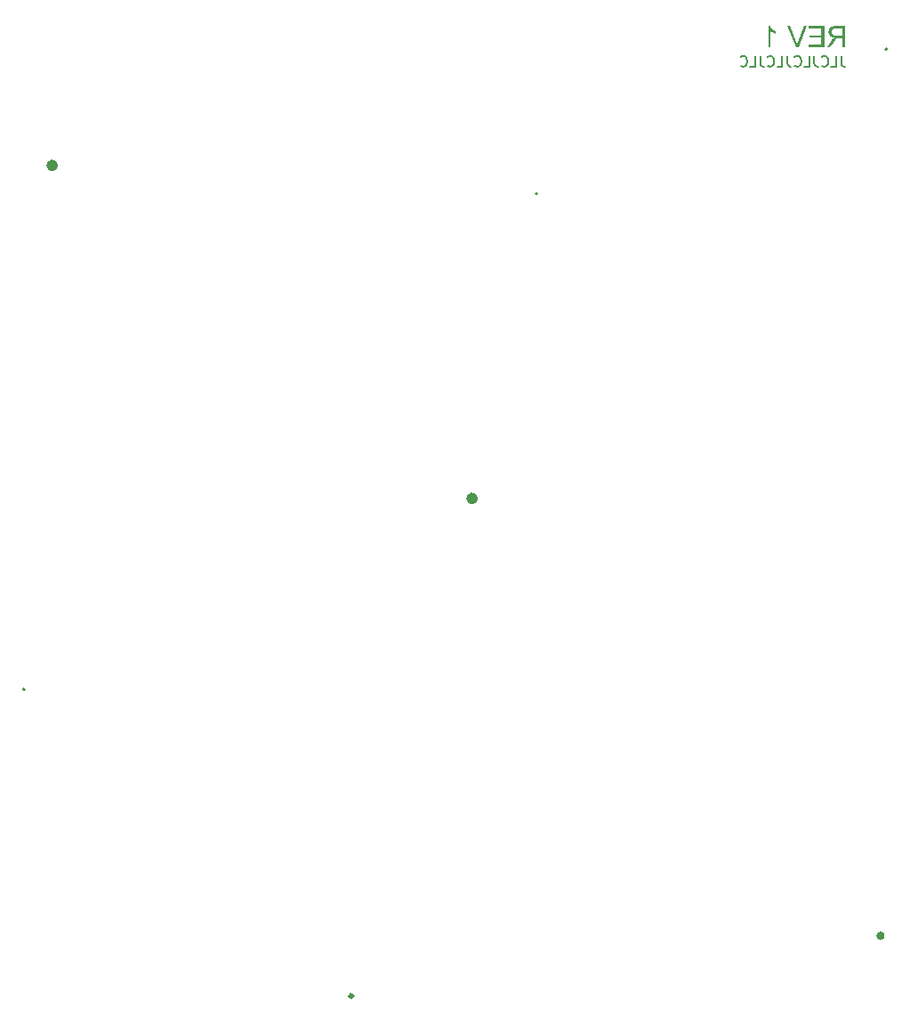
<source format=gbo>
G04 #@! TF.GenerationSoftware,KiCad,Pcbnew,7.0.1*
G04 #@! TF.CreationDate,2023-10-11T19:34:26-05:00*
G04 #@! TF.ProjectId,Tactile_Board,54616374-696c-4655-9f42-6f6172642e6b,1*
G04 #@! TF.SameCoordinates,Original*
G04 #@! TF.FileFunction,Legend,Bot*
G04 #@! TF.FilePolarity,Positive*
%FSLAX46Y46*%
G04 Gerber Fmt 4.6, Leading zero omitted, Abs format (unit mm)*
G04 Created by KiCad (PCBNEW 7.0.1) date 2023-10-11 19:34:26*
%MOMM*%
%LPD*%
G01*
G04 APERTURE LIST*
%ADD10C,0.375000*%
%ADD11C,0.150000*%
%ADD12C,0.381000*%
%ADD13C,0.600000*%
%ADD14C,0.200000*%
%ADD15C,0.354000*%
%ADD16C,2.000000*%
%ADD17C,3.200000*%
%ADD18C,4.100000*%
%ADD19C,2.324000*%
%ADD20C,1.650000*%
%ADD21C,5.100000*%
%ADD22C,1.850000*%
%ADD23C,1.875000*%
%ADD24C,1.300000*%
%ADD25C,1.524000*%
G04 APERTURE END LIST*
D10*
G36*
X241750715Y-23276000D02*
G01*
X241484491Y-23276000D01*
X241484491Y-22377186D01*
X241175279Y-22377186D01*
X241156460Y-22377272D01*
X241132944Y-22377653D01*
X241111230Y-22378340D01*
X241091316Y-22379332D01*
X241068957Y-22381002D01*
X241049413Y-22383149D01*
X241026780Y-22386956D01*
X241019035Y-22388940D01*
X240999755Y-22394703D01*
X240980595Y-22401610D01*
X240961554Y-22409662D01*
X240942632Y-22418860D01*
X240923830Y-22429202D01*
X240905147Y-22440689D01*
X240889996Y-22451245D01*
X240874342Y-22463617D01*
X240858183Y-22477806D01*
X240841521Y-22493812D01*
X240824356Y-22511634D01*
X240811151Y-22526193D01*
X240797663Y-22541773D01*
X240783891Y-22558375D01*
X240769836Y-22576000D01*
X240755279Y-22594886D01*
X240740000Y-22615275D01*
X240724001Y-22637167D01*
X240707280Y-22660561D01*
X240695731Y-22676992D01*
X240683863Y-22694091D01*
X240671673Y-22711858D01*
X240659164Y-22730292D01*
X240646333Y-22749395D01*
X240633182Y-22769165D01*
X240619711Y-22789603D01*
X240605919Y-22810709D01*
X240591806Y-22832483D01*
X240577373Y-22854925D01*
X240311148Y-23276000D01*
X239975558Y-23276000D01*
X240326291Y-22725476D01*
X240339347Y-22705534D01*
X240352502Y-22686008D01*
X240365755Y-22666898D01*
X240379109Y-22648204D01*
X240392561Y-22629926D01*
X240406113Y-22612063D01*
X240419764Y-22594617D01*
X240433514Y-22577587D01*
X240447363Y-22560973D01*
X240461312Y-22544775D01*
X240475359Y-22528992D01*
X240489506Y-22513626D01*
X240503753Y-22498676D01*
X240518098Y-22484141D01*
X240532543Y-22470023D01*
X240547087Y-22456321D01*
X240557879Y-22447053D01*
X240573644Y-22434642D01*
X240590981Y-22422170D01*
X240609891Y-22409638D01*
X240630373Y-22397044D01*
X240652427Y-22384389D01*
X240670000Y-22374858D01*
X240688457Y-22365292D01*
X240707799Y-22355692D01*
X240672179Y-22350203D01*
X240637739Y-22343870D01*
X240604478Y-22336693D01*
X240572396Y-22328673D01*
X240541494Y-22319810D01*
X240511771Y-22310103D01*
X240483227Y-22299553D01*
X240455862Y-22288159D01*
X240429677Y-22275922D01*
X240404670Y-22262842D01*
X240380843Y-22248918D01*
X240358195Y-22234151D01*
X240336727Y-22218541D01*
X240316438Y-22202087D01*
X240297327Y-22184789D01*
X240279397Y-22166648D01*
X240262597Y-22147758D01*
X240246882Y-22128333D01*
X240232250Y-22108374D01*
X240218702Y-22087880D01*
X240206238Y-22066852D01*
X240194858Y-22045290D01*
X240184562Y-22023194D01*
X240175349Y-22000563D01*
X240167220Y-21977398D01*
X240160176Y-21953699D01*
X240154214Y-21929466D01*
X240149337Y-21904698D01*
X240145544Y-21879396D01*
X240142834Y-21853560D01*
X240141209Y-21827189D01*
X240140746Y-21804192D01*
X240415196Y-21804192D01*
X240416035Y-21828876D01*
X240418554Y-21853102D01*
X240422752Y-21876870D01*
X240428629Y-21900180D01*
X240436185Y-21923032D01*
X240445421Y-21945426D01*
X240456335Y-21967362D01*
X240468929Y-21988840D01*
X240475838Y-21999224D01*
X240490814Y-22018916D01*
X240507330Y-22037173D01*
X240525389Y-22053995D01*
X240544990Y-22069383D01*
X240566132Y-22083335D01*
X240588816Y-22095852D01*
X240606841Y-22104299D01*
X240625733Y-22111938D01*
X240632253Y-22114312D01*
X240652745Y-22120983D01*
X240674636Y-22126975D01*
X240697928Y-22132288D01*
X240722619Y-22136924D01*
X240748709Y-22140881D01*
X240776199Y-22144160D01*
X240805089Y-22146760D01*
X240825127Y-22148117D01*
X240845786Y-22149172D01*
X240867068Y-22149925D01*
X240888971Y-22150378D01*
X240911497Y-22150528D01*
X241484491Y-22150528D01*
X241484491Y-21470556D01*
X240847017Y-21470556D01*
X240819461Y-21470925D01*
X240792848Y-21472029D01*
X240767178Y-21473871D01*
X240742450Y-21476449D01*
X240718665Y-21479763D01*
X240695823Y-21483814D01*
X240673923Y-21488602D01*
X240652966Y-21494126D01*
X240632951Y-21500386D01*
X240613880Y-21507384D01*
X240587039Y-21519260D01*
X240562319Y-21532794D01*
X240539721Y-21547986D01*
X240519243Y-21564834D01*
X240506644Y-21576760D01*
X240489268Y-21595407D01*
X240473722Y-21614965D01*
X240460005Y-21635433D01*
X240448117Y-21656811D01*
X240438058Y-21679099D01*
X240429827Y-21702297D01*
X240423426Y-21726406D01*
X240418854Y-21751424D01*
X240416110Y-21777353D01*
X240415196Y-21804192D01*
X240140746Y-21804192D01*
X240140667Y-21800284D01*
X240140995Y-21779392D01*
X240141979Y-21758725D01*
X240143620Y-21738283D01*
X240145918Y-21718066D01*
X240148872Y-21698074D01*
X240152482Y-21678308D01*
X240156748Y-21658766D01*
X240161672Y-21639450D01*
X240167251Y-21620359D01*
X240173487Y-21601493D01*
X240180379Y-21582853D01*
X240187928Y-21564437D01*
X240196133Y-21546247D01*
X240204994Y-21528282D01*
X240214512Y-21510542D01*
X240224686Y-21493027D01*
X240229962Y-21484408D01*
X240240846Y-21467666D01*
X240252173Y-21451584D01*
X240269993Y-21428699D01*
X240288809Y-21407300D01*
X240308622Y-21387386D01*
X240329430Y-21368958D01*
X240351234Y-21352015D01*
X240374035Y-21336557D01*
X240397831Y-21322585D01*
X240422624Y-21310099D01*
X240448413Y-21299098D01*
X240466441Y-21292414D01*
X240485476Y-21286161D01*
X240505520Y-21280339D01*
X240526570Y-21274948D01*
X240548629Y-21269989D01*
X240571694Y-21265461D01*
X240595767Y-21261364D01*
X240620848Y-21257699D01*
X240646936Y-21254464D01*
X240674032Y-21251661D01*
X240702135Y-21249290D01*
X240731246Y-21247349D01*
X240761364Y-21245840D01*
X240792490Y-21244761D01*
X240824623Y-21244115D01*
X240857764Y-21243899D01*
X241750715Y-21243899D01*
X241750715Y-23276000D01*
G37*
G36*
X239728873Y-23276000D02*
G01*
X239728873Y-21243899D01*
X238272697Y-21243899D01*
X238272697Y-21478372D01*
X239462648Y-21478372D01*
X239462648Y-22119265D01*
X238348413Y-22119265D01*
X238348413Y-22353739D01*
X239462648Y-22353739D01*
X239462648Y-23041526D01*
X238225803Y-23041526D01*
X238225803Y-23276000D01*
X239728873Y-23276000D01*
G37*
G36*
X237292795Y-23276000D02*
G01*
X238073395Y-21243899D01*
X237784700Y-21243899D01*
X237261043Y-22721568D01*
X237253247Y-22743707D01*
X237245610Y-22765669D01*
X237238134Y-22787457D01*
X237230818Y-22809068D01*
X237223663Y-22830504D01*
X237216668Y-22851765D01*
X237209833Y-22872850D01*
X237203158Y-22893759D01*
X237196643Y-22914493D01*
X237190289Y-22935052D01*
X237184096Y-22955435D01*
X237178062Y-22975642D01*
X237172189Y-22995674D01*
X237166476Y-23015530D01*
X237160923Y-23035210D01*
X237155531Y-23054715D01*
X237149611Y-23033894D01*
X237143578Y-23013072D01*
X237137430Y-22992250D01*
X237131167Y-22971429D01*
X237124790Y-22950607D01*
X237118299Y-22929785D01*
X237111693Y-22908964D01*
X237104972Y-22888142D01*
X237098137Y-22867320D01*
X237091188Y-22846498D01*
X237084124Y-22825677D01*
X237076945Y-22804855D01*
X237069652Y-22784033D01*
X237062245Y-22763212D01*
X237054723Y-22742390D01*
X237047087Y-22721568D01*
X236502914Y-21243899D01*
X236230827Y-21243899D01*
X237019243Y-23276000D01*
X237292795Y-23276000D01*
G37*
G36*
X234393632Y-23276000D02*
G01*
X234640806Y-23276000D01*
X234640806Y-21692329D01*
X234658057Y-21708540D01*
X234676286Y-21724752D01*
X234695495Y-21740964D01*
X234715682Y-21757175D01*
X234736848Y-21773387D01*
X234758993Y-21789599D01*
X234782117Y-21805810D01*
X234806220Y-21822022D01*
X234822832Y-21832830D01*
X234839879Y-21843637D01*
X234857362Y-21854445D01*
X234875279Y-21865253D01*
X234893298Y-21875832D01*
X234911084Y-21886075D01*
X234928637Y-21895982D01*
X234945957Y-21905553D01*
X234971501Y-21919280D01*
X234996521Y-21932252D01*
X235021017Y-21944468D01*
X235044990Y-21955928D01*
X235068439Y-21966633D01*
X235091364Y-21976582D01*
X235113765Y-21985775D01*
X235135642Y-21994213D01*
X235135642Y-21744108D01*
X235109896Y-21731860D01*
X235084557Y-21719295D01*
X235059627Y-21706413D01*
X235035106Y-21693214D01*
X235010992Y-21679699D01*
X234987288Y-21665867D01*
X234963991Y-21651718D01*
X234941103Y-21637252D01*
X234918623Y-21622470D01*
X234896551Y-21607371D01*
X234874888Y-21591955D01*
X234853633Y-21576222D01*
X234832787Y-21560173D01*
X234812349Y-21543806D01*
X234792319Y-21527123D01*
X234772697Y-21510124D01*
X234753635Y-21492998D01*
X234735282Y-21475937D01*
X234717640Y-21458941D01*
X234700707Y-21442010D01*
X234684484Y-21425144D01*
X234668970Y-21408343D01*
X234654167Y-21391607D01*
X234640073Y-21374935D01*
X234626690Y-21358329D01*
X234614016Y-21341787D01*
X234602052Y-21325310D01*
X234590797Y-21308898D01*
X234575247Y-21284402D01*
X234561294Y-21260051D01*
X234552879Y-21243899D01*
X234393632Y-21243899D01*
X234393632Y-23276000D01*
G37*
D11*
X241348190Y-24093619D02*
X241348190Y-24807904D01*
X241348190Y-24807904D02*
X241395809Y-24950761D01*
X241395809Y-24950761D02*
X241491047Y-25046000D01*
X241491047Y-25046000D02*
X241633904Y-25093619D01*
X241633904Y-25093619D02*
X241729142Y-25093619D01*
X240395809Y-25093619D02*
X240871999Y-25093619D01*
X240871999Y-25093619D02*
X240871999Y-24093619D01*
X239491047Y-24998380D02*
X239538666Y-25046000D01*
X239538666Y-25046000D02*
X239681523Y-25093619D01*
X239681523Y-25093619D02*
X239776761Y-25093619D01*
X239776761Y-25093619D02*
X239919618Y-25046000D01*
X239919618Y-25046000D02*
X240014856Y-24950761D01*
X240014856Y-24950761D02*
X240062475Y-24855523D01*
X240062475Y-24855523D02*
X240110094Y-24665047D01*
X240110094Y-24665047D02*
X240110094Y-24522190D01*
X240110094Y-24522190D02*
X240062475Y-24331714D01*
X240062475Y-24331714D02*
X240014856Y-24236476D01*
X240014856Y-24236476D02*
X239919618Y-24141238D01*
X239919618Y-24141238D02*
X239776761Y-24093619D01*
X239776761Y-24093619D02*
X239681523Y-24093619D01*
X239681523Y-24093619D02*
X239538666Y-24141238D01*
X239538666Y-24141238D02*
X239491047Y-24188857D01*
X238776761Y-24093619D02*
X238776761Y-24807904D01*
X238776761Y-24807904D02*
X238824380Y-24950761D01*
X238824380Y-24950761D02*
X238919618Y-25046000D01*
X238919618Y-25046000D02*
X239062475Y-25093619D01*
X239062475Y-25093619D02*
X239157713Y-25093619D01*
X237824380Y-25093619D02*
X238300570Y-25093619D01*
X238300570Y-25093619D02*
X238300570Y-24093619D01*
X236919618Y-24998380D02*
X236967237Y-25046000D01*
X236967237Y-25046000D02*
X237110094Y-25093619D01*
X237110094Y-25093619D02*
X237205332Y-25093619D01*
X237205332Y-25093619D02*
X237348189Y-25046000D01*
X237348189Y-25046000D02*
X237443427Y-24950761D01*
X237443427Y-24950761D02*
X237491046Y-24855523D01*
X237491046Y-24855523D02*
X237538665Y-24665047D01*
X237538665Y-24665047D02*
X237538665Y-24522190D01*
X237538665Y-24522190D02*
X237491046Y-24331714D01*
X237491046Y-24331714D02*
X237443427Y-24236476D01*
X237443427Y-24236476D02*
X237348189Y-24141238D01*
X237348189Y-24141238D02*
X237205332Y-24093619D01*
X237205332Y-24093619D02*
X237110094Y-24093619D01*
X237110094Y-24093619D02*
X236967237Y-24141238D01*
X236967237Y-24141238D02*
X236919618Y-24188857D01*
X236205332Y-24093619D02*
X236205332Y-24807904D01*
X236205332Y-24807904D02*
X236252951Y-24950761D01*
X236252951Y-24950761D02*
X236348189Y-25046000D01*
X236348189Y-25046000D02*
X236491046Y-25093619D01*
X236491046Y-25093619D02*
X236586284Y-25093619D01*
X235252951Y-25093619D02*
X235729141Y-25093619D01*
X235729141Y-25093619D02*
X235729141Y-24093619D01*
X234348189Y-24998380D02*
X234395808Y-25046000D01*
X234395808Y-25046000D02*
X234538665Y-25093619D01*
X234538665Y-25093619D02*
X234633903Y-25093619D01*
X234633903Y-25093619D02*
X234776760Y-25046000D01*
X234776760Y-25046000D02*
X234871998Y-24950761D01*
X234871998Y-24950761D02*
X234919617Y-24855523D01*
X234919617Y-24855523D02*
X234967236Y-24665047D01*
X234967236Y-24665047D02*
X234967236Y-24522190D01*
X234967236Y-24522190D02*
X234919617Y-24331714D01*
X234919617Y-24331714D02*
X234871998Y-24236476D01*
X234871998Y-24236476D02*
X234776760Y-24141238D01*
X234776760Y-24141238D02*
X234633903Y-24093619D01*
X234633903Y-24093619D02*
X234538665Y-24093619D01*
X234538665Y-24093619D02*
X234395808Y-24141238D01*
X234395808Y-24141238D02*
X234348189Y-24188857D01*
X233633903Y-24093619D02*
X233633903Y-24807904D01*
X233633903Y-24807904D02*
X233681522Y-24950761D01*
X233681522Y-24950761D02*
X233776760Y-25046000D01*
X233776760Y-25046000D02*
X233919617Y-25093619D01*
X233919617Y-25093619D02*
X234014855Y-25093619D01*
X232681522Y-25093619D02*
X233157712Y-25093619D01*
X233157712Y-25093619D02*
X233157712Y-24093619D01*
X231776760Y-24998380D02*
X231824379Y-25046000D01*
X231824379Y-25046000D02*
X231967236Y-25093619D01*
X231967236Y-25093619D02*
X232062474Y-25093619D01*
X232062474Y-25093619D02*
X232205331Y-25046000D01*
X232205331Y-25046000D02*
X232300569Y-24950761D01*
X232300569Y-24950761D02*
X232348188Y-24855523D01*
X232348188Y-24855523D02*
X232395807Y-24665047D01*
X232395807Y-24665047D02*
X232395807Y-24522190D01*
X232395807Y-24522190D02*
X232348188Y-24331714D01*
X232348188Y-24331714D02*
X232300569Y-24236476D01*
X232300569Y-24236476D02*
X232205331Y-24141238D01*
X232205331Y-24141238D02*
X232062474Y-24093619D01*
X232062474Y-24093619D02*
X231967236Y-24093619D01*
X231967236Y-24093619D02*
X231824379Y-24141238D01*
X231824379Y-24141238D02*
X231776760Y-24188857D01*
D12*
X245281300Y-107745600D02*
G75*
G03*
X245281300Y-107745600I-190500J0D01*
G01*
D13*
X206459200Y-66156800D02*
G75*
G03*
X206459200Y-66156800I-254000J0D01*
G01*
D14*
X212420799Y-37178400D02*
G75*
G03*
X212420799Y-37178400I-100000J0D01*
G01*
D13*
X166491600Y-34489000D02*
G75*
G03*
X166491600Y-34489000I-254000J0D01*
G01*
D14*
X163640000Y-84325000D02*
G75*
G03*
X163640000Y-84325000I-100000J0D01*
G01*
X245726400Y-23436800D02*
G75*
G03*
X245726400Y-23436800I-100000J0D01*
G01*
D15*
X194892200Y-113459400D02*
G75*
G03*
X194892200Y-113459400I-177000J0D01*
G01*
%LPC*%
D16*
X162052000Y-109858800D03*
X168552000Y-109858800D03*
X162052000Y-114358800D03*
X168552000Y-114358800D03*
D17*
X225542000Y-115066000D03*
X175612000Y-113576000D03*
X254862000Y-63476000D03*
D18*
X250950800Y-110635600D03*
D19*
X247140800Y-108095600D03*
X253490800Y-105555600D03*
D20*
X204957200Y-67902800D03*
X204957200Y-72902800D03*
D21*
X212457200Y-64802800D03*
D20*
X204957200Y-70402800D03*
D21*
X212457200Y-76002800D03*
D22*
X210320799Y-32428400D03*
X219320799Y-32428400D03*
D23*
X212320799Y-38678400D03*
X212320799Y-26178400D03*
X217320799Y-38678400D03*
X217320799Y-26178400D03*
D17*
X197852000Y-25347000D03*
X164572000Y-68697000D03*
D20*
X167983600Y-35737000D03*
X172983600Y-35737000D03*
D21*
X164883600Y-28237000D03*
D20*
X170483600Y-35737000D03*
D21*
X176083600Y-28237000D03*
D24*
X164540000Y-85325000D03*
X164540000Y-87325000D03*
X164540000Y-89325000D03*
X164540000Y-91325000D03*
X164540000Y-93325000D03*
X164540000Y-95325000D03*
X164540000Y-97325000D03*
X164540000Y-99325000D03*
D25*
X244956400Y-22446800D03*
X244956400Y-35146800D03*
X255116400Y-22446800D03*
X255116400Y-35146800D03*
D24*
X194715200Y-109416400D03*
X194715200Y-114816400D03*
X197215200Y-109416400D03*
X197215200Y-114816400D03*
X199715200Y-109416400D03*
X199715200Y-114816400D03*
M02*

</source>
